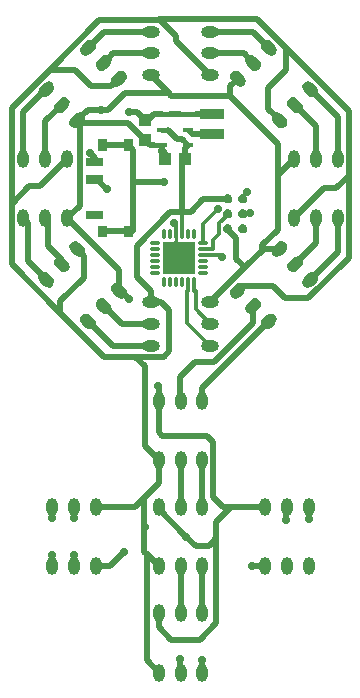
<source format=gtl>
G04 DipTrace 2.4.0.2*
%INfemale.gtl*%
%MOMM*%
%ADD13C,0.508*%
%ADD14C,0.4*%
%ADD15C,0.305*%
%ADD16C,0.254*%
%ADD17C,0.28*%
%ADD20R,1.0X1.1*%
%ADD21R,1.1X1.0*%
%ADD22R,2.0X0.85*%
%ADD27O,0.28X1.0*%
%ADD28O,1.0X0.28*%
%ADD29C,0.711*%
%ADD30R,2.7X2.7*%
%ADD32R,0.9X0.4*%
%ADD35O,1.5X1.0*%
%ADD37O,1.0X1.5*%
%ADD38C,0.711*%
%FSLAX53Y53*%
G04*
G71*
G90*
G75*
G01*
%LNTop*%
%LPD*%
X23625Y57991D2*
D13*
X23889D1*
X24368Y58470D1*
X25052D1*
D14*
X25061Y58461D1*
X25765D1*
D13*
X26557D1*
D14*
X27261D1*
X27965D1*
D13*
X29264D1*
X29319Y58516D1*
X22239Y58663D2*
X22953D1*
X23625Y57991D1*
X19350Y54453D2*
Y54760D1*
X18939Y55171D1*
X24126Y42563D2*
X24972D1*
X25673Y41863D1*
Y38435D1*
X25194Y37956D1*
X22775D1*
X20158D1*
X16454Y41660D1*
Y42658D1*
X18451Y44655D1*
Y46515D1*
X17880Y47086D1*
X16454Y41660D2*
X12318Y45797D1*
Y50868D1*
X13825Y52376D1*
X14721D1*
X17017Y54672D1*
X12318Y50868D2*
Y59007D1*
X15540Y62229D1*
X17695D1*
X19073Y60851D1*
X20766D1*
X21416Y61501D1*
X15540Y62229D2*
X19744Y66433D1*
X24904D1*
X26241Y65096D1*
Y64666D1*
X29126Y61781D1*
X24904Y66433D2*
X24821Y66517D1*
X33125D1*
X35559Y64082D1*
Y62229D1*
X34070Y60740D1*
Y58900D1*
X35006Y57965D1*
X35559Y64082D2*
X40848Y58793D1*
Y53290D1*
X39791Y52232D1*
X38796D1*
X36235Y49672D1*
X40848Y53290D2*
Y46344D1*
X37419Y42914D1*
X35478D1*
X34413Y43979D1*
X31899D1*
X31470Y43550D1*
X24126Y42563D2*
Y43512D1*
X22935Y44703D1*
Y47348D1*
X25760Y50173D1*
X26756D1*
D15*
Y48346D1*
Y50173D2*
D13*
Y54437D1*
X26998Y54679D1*
Y55599D1*
D14*
X27261Y55861D1*
X30625Y51317D2*
D13*
X28560D1*
X27467Y50224D1*
X26705D1*
X26756Y50173D1*
X25061Y57161D2*
D14*
X25536D1*
D13*
X26311Y56386D1*
X26735D1*
X26939Y56182D1*
D14*
X27261Y55861D1*
X24776Y29213D2*
D13*
Y27254D1*
X23542Y26020D1*
Y23545D1*
Y21447D1*
X23745Y21245D1*
X24776Y20213D1*
X22775Y37956D2*
X23578Y37153D1*
Y30411D1*
X24776Y29213D1*
X23745Y21245D2*
Y12245D1*
X24776Y11213D1*
X19476Y25213D2*
X22735D1*
X23542Y26020D1*
X33776Y20213D2*
X32717D1*
X32677Y20253D1*
X23605Y23545D2*
X23542D1*
X21416Y43550D2*
Y45273D1*
X17017Y49672D1*
X35006Y47086D2*
X33649D1*
X32067Y45504D1*
X29126Y42563D1*
X33649Y47086D2*
X33561D1*
Y47387D1*
X34839Y48665D1*
Y53276D1*
X34904Y53341D1*
X36235Y54672D1*
X34904Y53341D2*
Y56001D1*
X30846Y60059D1*
Y60876D1*
X31470Y61501D1*
X30846Y60059D2*
X25848D1*
X25639Y60269D1*
X24126Y61781D1*
X25639Y60269D2*
X21950D1*
X20516Y58835D1*
X19874D1*
X18750D1*
X17880Y57965D1*
X18075D1*
Y50729D1*
X17017Y49672D1*
X25061Y55861D2*
D14*
Y55407D1*
D13*
Y54917D1*
X25298Y54679D1*
X25061Y55861D2*
D14*
X24357D1*
D13*
X24055D1*
X23625Y56291D1*
X23620D1*
X22191Y57721D1*
X18125D1*
X17880Y57965D1*
X30625Y48777D2*
Y48673D1*
X31324Y47974D1*
Y46247D1*
X32067Y45504D1*
X26256Y48346D2*
D15*
Y49111D1*
X26061Y49306D1*
X20000Y48553D2*
D13*
X22200D1*
X20000Y55853D2*
X22200D1*
X19874Y58808D2*
Y58835D1*
X20000Y48553D2*
X22559D1*
Y52763D1*
X25259D1*
X25606Y47196D2*
X26506Y46296D1*
X26256Y48346D2*
D16*
Y46546D1*
X26506Y46296D1*
X25094Y55373D2*
D14*
X25061Y55407D1*
X25298Y54679D2*
D13*
Y55168D1*
X25094Y55373D1*
X26506Y46296D2*
X27406D1*
X26256Y48346D2*
D17*
Y47592D1*
D13*
Y46546D1*
X26506Y46296D1*
X22559Y52763D2*
Y55494D1*
X22200Y55853D1*
X24776Y34213D2*
Y35399D1*
X24700Y35475D1*
X21416Y43550D2*
X21593D1*
X22295Y42848D1*
X24776Y16213D2*
Y15054D1*
X25856Y13974D1*
X28236D1*
X29644Y15383D1*
Y22572D1*
Y23980D1*
X30907Y25243D1*
X33746D1*
X33776Y25213D1*
X24776D2*
Y25060D1*
X27115Y22720D1*
X27896Y21940D1*
X29012D1*
X29644Y22572D1*
X24776Y34213D2*
Y31552D1*
X25093Y31234D1*
X28867D1*
X29389Y30713D1*
Y26061D1*
X30206Y25243D1*
X30907D1*
X19476Y20213D2*
X20674D1*
X21838Y21377D1*
X27057Y22662D2*
X27115Y22720D1*
X29319Y56816D2*
X27606D1*
D14*
X27261Y57161D1*
X31895Y51317D2*
D15*
Y51483D1*
X32281Y51869D1*
X28556Y47546D2*
Y49185D1*
X29813Y50441D1*
X28556Y46546D2*
X29962D1*
X30119Y46390D1*
X31895Y50047D2*
X32428D1*
X32537Y50156D1*
X28556Y47046D2*
X29407D1*
Y47797D1*
X29907Y48298D1*
Y49263D1*
X30691Y50047D1*
X30625D1*
X27756Y44246D2*
Y43492D1*
X27890D1*
Y41949D1*
X29126Y40713D1*
X27256Y44246D2*
Y43492D1*
X27145D1*
Y40844D1*
X29126Y38863D1*
X19350Y52953D2*
D13*
X19533D1*
X20356Y52129D1*
X24126Y38863D2*
X20871D1*
X18800Y40934D1*
X24126Y40713D2*
X21637D1*
X20108Y42242D1*
X15264Y44470D2*
Y44561D1*
X13731Y46094D1*
Y49258D1*
X13317Y49672D1*
X16572Y45778D2*
Y46159D1*
X15384Y47346D1*
Y49455D1*
X15167Y49672D1*
X13317Y54672D2*
Y58635D1*
X15264Y60581D1*
X15167Y54672D2*
Y57868D1*
X16572Y59273D1*
X24126Y63631D2*
X20930D1*
X20108Y62809D1*
X24126Y65481D2*
X20164D1*
X18800Y64117D1*
X29126Y65481D2*
X32722D1*
X34086Y64117D1*
X29126Y63631D2*
X31956D1*
X32778Y62809D1*
X38085Y54672D2*
Y57502D1*
X36314Y59273D1*
X39935Y54672D2*
Y58268D1*
X37622Y60581D1*
X39935Y49672D2*
Y46783D1*
X37622Y44470D1*
X38085Y49672D2*
Y47549D1*
X36314Y45778D1*
X15776Y25213D2*
Y24348D1*
X15704Y24275D1*
X37490Y24202D2*
Y25199D1*
X37476Y25213D1*
X17626D2*
Y24300D1*
X17601Y24275D1*
X35592Y24129D2*
Y25179D1*
X35626Y25213D1*
X32778Y42242D2*
Y40781D1*
X29479Y37482D1*
X27834D1*
X26599Y36248D1*
Y34240D1*
X26626Y34213D1*
X28476D2*
Y35324D1*
X34086Y40934D1*
X28476Y29213D2*
Y25213D1*
X26626Y29213D2*
Y25213D1*
Y16213D2*
Y20213D1*
X28476Y16213D2*
Y20213D1*
X15776D2*
Y21138D1*
X15740Y21174D1*
X28476Y12306D2*
Y11213D1*
X17626Y20213D2*
Y21112D1*
X17601Y21137D1*
X26579Y12342D2*
Y11260D1*
X26626Y11213D1*
D38*
X25259Y52763D3*
X32281Y51869D3*
X32537Y50156D3*
X30119Y46390D3*
X29813Y50441D3*
X26061Y49306D3*
X22239Y58663D3*
X19874Y58808D3*
X25094Y55373D3*
X18939Y55171D3*
X20356Y52129D3*
X24700Y35475D3*
X22295Y42848D3*
X26579Y12342D3*
X28476Y12306D3*
X17601Y21137D3*
X15740Y21174D3*
X15704Y24275D3*
X17601D3*
X35592Y24129D3*
X37490Y24202D3*
X21838Y21377D3*
X32677Y20253D3*
X23605Y23545D3*
X27057Y22662D3*
D20*
X23625Y57991D3*
Y56291D3*
D21*
X26998Y54679D3*
X25298D3*
G36*
X31895Y50923D2*
X31964Y50929D1*
X32030Y50947D1*
X32092Y50976D1*
X32148Y51015D1*
X32197Y51064D1*
X32236Y51120D1*
X32265Y51182D1*
X32283Y51248D1*
X32289Y51317D1*
D1*
X32283Y51385D1*
X32265Y51452D1*
X32236Y51514D1*
X32197Y51570D1*
X32148Y51618D1*
X32092Y51658D1*
X32030Y51687D1*
X31964Y51705D1*
X31895Y51711D1*
D1*
X31827Y51705D1*
X31761Y51687D1*
X31699Y51658D1*
X31642Y51618D1*
X31594Y51570D1*
X31554Y51514D1*
X31525Y51452D1*
X31508Y51385D1*
X31502Y51317D1*
D1*
X31508Y51248D1*
X31525Y51182D1*
X31554Y51120D1*
X31594Y51064D1*
X31642Y51015D1*
X31699Y50976D1*
X31761Y50947D1*
X31827Y50929D1*
X31895Y50923D1*
G37*
G36*
Y49653D2*
X31964Y49659D1*
X32030Y49677D1*
X32092Y49706D1*
X32148Y49745D1*
X32197Y49794D1*
X32236Y49850D1*
X32265Y49912D1*
X32283Y49978D1*
X32289Y50047D1*
D1*
X32283Y50115D1*
X32265Y50182D1*
X32236Y50244D1*
X32197Y50300D1*
X32148Y50348D1*
X32092Y50388D1*
X32030Y50417D1*
X31964Y50435D1*
X31895Y50441D1*
D1*
X31827Y50435D1*
X31761Y50417D1*
X31699Y50388D1*
X31642Y50348D1*
X31594Y50300D1*
X31554Y50244D1*
X31525Y50182D1*
X31508Y50115D1*
X31502Y50047D1*
D1*
X31508Y49978D1*
X31525Y49912D1*
X31554Y49850D1*
X31594Y49794D1*
X31642Y49745D1*
X31699Y49706D1*
X31761Y49677D1*
X31827Y49659D1*
X31895Y49653D1*
G37*
G36*
Y48383D2*
X31964Y48389D1*
X32030Y48407D1*
X32092Y48436D1*
X32148Y48475D1*
X32197Y48524D1*
X32236Y48580D1*
X32265Y48642D1*
X32283Y48708D1*
X32289Y48777D1*
D1*
X32283Y48845D1*
X32265Y48912D1*
X32236Y48974D1*
X32197Y49030D1*
X32148Y49078D1*
X32092Y49118D1*
X32030Y49147D1*
X31964Y49165D1*
X31895Y49171D1*
D1*
X31827Y49165D1*
X31761Y49147D1*
X31699Y49118D1*
X31642Y49078D1*
X31594Y49030D1*
X31554Y48974D1*
X31525Y48912D1*
X31508Y48845D1*
X31502Y48777D1*
D1*
X31508Y48708D1*
X31525Y48642D1*
X31554Y48580D1*
X31594Y48524D1*
X31642Y48475D1*
X31699Y48436D1*
X31761Y48407D1*
X31827Y48389D1*
X31895Y48383D1*
G37*
G36*
X30625D2*
X30694Y48389D1*
X30760Y48407D1*
X30822Y48436D1*
X30878Y48475D1*
X30927Y48524D1*
X30966Y48580D1*
X30995Y48642D1*
X31013Y48708D1*
X31019Y48777D1*
D1*
X31013Y48845D1*
X30995Y48912D1*
X30966Y48974D1*
X30927Y49030D1*
X30878Y49078D1*
X30822Y49118D1*
X30760Y49147D1*
X30694Y49165D1*
X30625Y49171D1*
D1*
X30557Y49165D1*
X30491Y49147D1*
X30429Y49118D1*
X30372Y49078D1*
X30324Y49030D1*
X30284Y48974D1*
X30255Y48912D1*
X30238Y48845D1*
X30232Y48777D1*
D1*
X30238Y48708D1*
X30255Y48642D1*
X30284Y48580D1*
X30324Y48524D1*
X30372Y48475D1*
X30429Y48436D1*
X30491Y48407D1*
X30557Y48389D1*
X30625Y48383D1*
G37*
G36*
Y49653D2*
X30694Y49659D1*
X30760Y49677D1*
X30822Y49706D1*
X30878Y49745D1*
X30927Y49794D1*
X30966Y49850D1*
X30995Y49912D1*
X31013Y49978D1*
X31019Y50047D1*
D1*
X31013Y50115D1*
X30995Y50182D1*
X30966Y50244D1*
X30927Y50300D1*
X30878Y50348D1*
X30822Y50388D1*
X30760Y50417D1*
X30694Y50435D1*
X30625Y50441D1*
D1*
X30557Y50435D1*
X30491Y50417D1*
X30429Y50388D1*
X30372Y50348D1*
X30324Y50300D1*
X30284Y50244D1*
X30255Y50182D1*
X30238Y50115D1*
X30232Y50047D1*
D1*
X30238Y49978D1*
X30255Y49912D1*
X30284Y49850D1*
X30324Y49794D1*
X30372Y49745D1*
X30429Y49706D1*
X30491Y49677D1*
X30557Y49659D1*
X30625Y49653D1*
G37*
G36*
Y50923D2*
X30694Y50929D1*
X30760Y50947D1*
X30822Y50976D1*
X30878Y51015D1*
X30927Y51064D1*
X30966Y51120D1*
X30995Y51182D1*
X31013Y51248D1*
X31019Y51317D1*
D1*
X31013Y51385D1*
X30995Y51452D1*
X30966Y51514D1*
X30927Y51570D1*
X30878Y51618D1*
X30822Y51658D1*
X30760Y51687D1*
X30694Y51705D1*
X30625Y51711D1*
D1*
X30557Y51705D1*
X30491Y51687D1*
X30429Y51658D1*
X30372Y51618D1*
X30324Y51570D1*
X30284Y51514D1*
X30255Y51452D1*
X30238Y51385D1*
X30232Y51317D1*
D1*
X30238Y51248D1*
X30255Y51182D1*
X30284Y51120D1*
X30324Y51064D1*
X30372Y51015D1*
X30429Y50976D1*
X30491Y50947D1*
X30557Y50929D1*
X30625Y50923D1*
G37*
D22*
X29319Y58516D3*
Y56816D3*
D27*
X27756Y48346D3*
X27256D3*
X26756D3*
X26256D3*
X25756D3*
X25256D3*
D28*
X24456Y47546D3*
Y47046D3*
Y46546D3*
Y46046D3*
Y45546D3*
Y45046D3*
D27*
X25256Y44246D3*
X25756D3*
X26256D3*
X26756D3*
X27256D3*
X27756D3*
D28*
X28556Y45046D3*
Y45546D3*
Y46046D3*
Y46546D3*
Y47046D3*
Y47546D3*
D29*
X27406Y47196D3*
Y46296D3*
Y45396D3*
X26506Y47196D3*
Y46296D3*
Y45396D3*
X25606Y47196D3*
Y46296D3*
Y45396D3*
D30*
X26506Y46296D3*
D32*
X25061Y58461D3*
Y57161D3*
Y55861D3*
X27261D3*
Y57161D3*
Y58461D3*
D35*
X29126Y38863D3*
Y40713D3*
Y42563D3*
X24126D3*
Y40713D3*
Y38863D3*
G36*
X18623Y40404D2*
X18811Y40285D1*
X19032Y40261D1*
X19242Y40334D1*
X19400Y40491D1*
X19473Y40701D1*
X19448Y40923D1*
X19330Y41111D1*
X18976Y41465D1*
X18788Y41583D1*
X18567Y41608D1*
X18357Y41534D1*
X18199Y41377D1*
X18126Y41167D1*
X18151Y40946D1*
X18269Y40757D1*
X18623Y40404D1*
G37*
G36*
X19931Y41712D2*
X20119Y41594D1*
X20341Y41569D1*
X20551Y41642D1*
X20708Y41800D1*
X20781Y42010D1*
X20756Y42231D1*
X20638Y42419D1*
X20285Y42773D1*
X20096Y42891D1*
X19875Y42916D1*
X19665Y42842D1*
X19508Y42685D1*
X19434Y42475D1*
X19459Y42254D1*
X19577Y42066D1*
X19931Y41712D1*
G37*
G36*
X21239Y43020D2*
X21428Y42902D1*
X21649Y42877D1*
X21859Y42950D1*
X22016Y43108D1*
X22090Y43318D1*
X22065Y43539D1*
X21946Y43727D1*
X21593Y44081D1*
X21404Y44199D1*
X21183Y44224D1*
X20973Y44151D1*
X20816Y43993D1*
X20742Y43783D1*
X20767Y43562D1*
X20886Y43374D1*
X21239Y43020D1*
G37*
G36*
X17704Y46556D2*
X17892Y46437D1*
X18113Y46412D1*
X18323Y46486D1*
X18480Y46643D1*
X18554Y46853D1*
X18529Y47074D1*
X18411Y47263D1*
X18057Y47616D1*
X17869Y47735D1*
X17648Y47760D1*
X17438Y47686D1*
X17280Y47529D1*
X17207Y47319D1*
X17232Y47098D1*
X17350Y46909D1*
X17704Y46556D1*
G37*
G36*
X16395Y45248D2*
X16584Y45129D1*
X16805Y45104D1*
X17015Y45178D1*
X17172Y45335D1*
X17246Y45545D1*
X17221Y45766D1*
X17103Y45955D1*
X16749Y46308D1*
X16561Y46427D1*
X16339Y46451D1*
X16129Y46378D1*
X15972Y46221D1*
X15899Y46011D1*
X15923Y45789D1*
X16042Y45601D1*
X16395Y45248D1*
G37*
G36*
X15087Y43939D2*
X15276Y43821D1*
X15497Y43796D1*
X15707Y43870D1*
X15864Y44027D1*
X15938Y44237D1*
X15913Y44458D1*
X15794Y44646D1*
X15441Y45000D1*
X15252Y45118D1*
X15031Y45143D1*
X14821Y45070D1*
X14664Y44913D1*
X14590Y44702D1*
X14615Y44481D1*
X14734Y44293D1*
X15087Y43939D1*
G37*
D37*
X13317Y49672D3*
X15167D3*
X17017D3*
Y54672D3*
X15167D3*
X13317D3*
G36*
X14734Y60758D2*
X14615Y60570D1*
X14590Y60349D1*
X14664Y60139D1*
X14821Y59981D1*
X15031Y59908D1*
X15252Y59933D1*
X15441Y60051D1*
X15794Y60405D1*
X15913Y60593D1*
X15938Y60814D1*
X15864Y61024D1*
X15707Y61182D1*
X15497Y61255D1*
X15276Y61230D1*
X15087Y61112D1*
X14734Y60758D1*
G37*
G36*
X16042Y59450D2*
X15923Y59262D1*
X15899Y59041D1*
X15972Y58831D1*
X16129Y58673D1*
X16339Y58600D1*
X16561Y58625D1*
X16749Y58743D1*
X17103Y59097D1*
X17221Y59285D1*
X17246Y59506D1*
X17172Y59716D1*
X17015Y59873D1*
X16805Y59947D1*
X16584Y59922D1*
X16395Y59804D1*
X16042Y59450D1*
G37*
G36*
X17350Y58142D2*
X17232Y57954D1*
X17207Y57732D1*
X17280Y57522D1*
X17438Y57365D1*
X17648Y57292D1*
X17869Y57316D1*
X18057Y57435D1*
X18411Y57788D1*
X18529Y57977D1*
X18554Y58198D1*
X18481Y58408D1*
X18323Y58565D1*
X18113Y58639D1*
X17892Y58614D1*
X17704Y58496D1*
X17350Y58142D1*
G37*
G36*
X20886Y61677D2*
X20767Y61489D1*
X20742Y61268D1*
X20816Y61058D1*
X20973Y60901D1*
X21183Y60827D1*
X21404Y60852D1*
X21593Y60970D1*
X21946Y61324D1*
X22065Y61512D1*
X22090Y61733D1*
X22016Y61944D1*
X21859Y62101D1*
X21649Y62174D1*
X21428Y62149D1*
X21239Y62031D1*
X20886Y61677D1*
G37*
G36*
X19577Y62986D2*
X19459Y62797D1*
X19434Y62576D1*
X19508Y62366D1*
X19665Y62209D1*
X19875Y62135D1*
X20096Y62160D1*
X20285Y62279D1*
X20638Y62632D1*
X20756Y62820D1*
X20781Y63042D1*
X20708Y63252D1*
X20551Y63409D1*
X20341Y63482D1*
X20119Y63458D1*
X19931Y63339D1*
X19577Y62986D1*
G37*
G36*
X18269Y64294D2*
X18151Y64105D1*
X18126Y63884D1*
X18199Y63674D1*
X18357Y63517D1*
X18567Y63443D1*
X18788Y63468D1*
X18976Y63587D1*
X19330Y63940D1*
X19448Y64129D1*
X19473Y64350D1*
X19400Y64560D1*
X19242Y64717D1*
X19032Y64791D1*
X18811Y64766D1*
X18623Y64647D1*
X18269Y64294D1*
G37*
D35*
X24126Y65481D3*
Y63631D3*
Y61781D3*
X29126D3*
Y63631D3*
Y65481D3*
G36*
X34263Y64647D2*
X34075Y64766D1*
X33854Y64791D1*
X33644Y64717D1*
X33486Y64560D1*
X33413Y64350D1*
X33438Y64129D1*
X33556Y63940D1*
X33910Y63587D1*
X34098Y63468D1*
X34319Y63443D1*
X34529Y63517D1*
X34686Y63674D1*
X34760Y63884D1*
X34735Y64105D1*
X34617Y64294D1*
X34263Y64647D1*
G37*
G36*
X32955Y63339D2*
X32767Y63458D1*
X32545Y63483D1*
X32335Y63409D1*
X32178Y63252D1*
X32105Y63042D1*
X32129Y62821D1*
X32248Y62632D1*
X32601Y62279D1*
X32790Y62160D1*
X33011Y62135D1*
X33221Y62209D1*
X33378Y62366D1*
X33452Y62576D1*
X33427Y62797D1*
X33309Y62986D1*
X32955Y63339D1*
G37*
G36*
X31647Y62031D2*
X31458Y62149D1*
X31237Y62174D1*
X31027Y62101D1*
X30870Y61944D1*
X30796Y61733D1*
X30821Y61512D1*
X30940Y61324D1*
X31293Y60970D1*
X31482Y60852D1*
X31703Y60827D1*
X31913Y60901D1*
X32070Y61058D1*
X32144Y61268D1*
X32119Y61489D1*
X32000Y61677D1*
X31647Y62031D1*
G37*
G36*
X35182Y58496D2*
X34994Y58614D1*
X34773Y58639D1*
X34563Y58565D1*
X34405Y58408D1*
X34332Y58198D1*
X34357Y57977D1*
X34475Y57788D1*
X34829Y57435D1*
X35017Y57316D1*
X35238Y57292D1*
X35448Y57365D1*
X35606Y57522D1*
X35679Y57732D1*
X35654Y57954D1*
X35536Y58142D1*
X35182Y58496D1*
G37*
G36*
X36491Y59804D2*
X36302Y59922D1*
X36081Y59947D1*
X35871Y59873D1*
X35714Y59716D1*
X35640Y59506D1*
X35665Y59285D1*
X35783Y59097D1*
X36137Y58743D1*
X36325Y58625D1*
X36547Y58600D1*
X36757Y58673D1*
X36914Y58831D1*
X36987Y59041D1*
X36962Y59262D1*
X36844Y59450D1*
X36491Y59804D1*
G37*
G36*
X37799Y61112D2*
X37610Y61230D1*
X37389Y61255D1*
X37179Y61182D1*
X37022Y61024D1*
X36948Y60814D1*
X36973Y60593D1*
X37092Y60405D1*
X37445Y60051D1*
X37634Y59933D1*
X37855Y59908D1*
X38065Y59981D1*
X38222Y60139D1*
X38296Y60349D1*
X38271Y60570D1*
X38152Y60758D1*
X37799Y61112D1*
G37*
D37*
X39935Y54672D3*
X38085D3*
X36235D3*
Y49672D3*
X38085D3*
X39935D3*
G36*
X38152Y44293D2*
X38271Y44481D1*
X38296Y44703D1*
X38222Y44913D1*
X38065Y45070D1*
X37855Y45143D1*
X37634Y45118D1*
X37445Y45000D1*
X37092Y44647D1*
X36973Y44458D1*
X36948Y44237D1*
X37022Y44027D1*
X37179Y43870D1*
X37389Y43796D1*
X37610Y43821D1*
X37799Y43939D1*
X38152Y44293D1*
G37*
G36*
X36844Y45601D2*
X36963Y45790D1*
X36987Y46011D1*
X36914Y46221D1*
X36757Y46378D1*
X36547Y46452D1*
X36325Y46427D1*
X36137Y46308D1*
X35783Y45955D1*
X35665Y45766D1*
X35640Y45545D1*
X35714Y45335D1*
X35871Y45178D1*
X36081Y45104D1*
X36302Y45129D1*
X36491Y45248D1*
X36844Y45601D1*
G37*
G36*
X35536Y46909D2*
X35654Y47098D1*
X35679Y47319D1*
X35606Y47529D1*
X35448Y47686D1*
X35238Y47760D1*
X35017Y47735D1*
X34829Y47616D1*
X34475Y47263D1*
X34357Y47074D1*
X34332Y46853D1*
X34405Y46643D1*
X34563Y46486D1*
X34773Y46412D1*
X34994Y46437D1*
X35182Y46556D1*
X35536Y46909D1*
G37*
G36*
X32000Y43374D2*
X32119Y43562D1*
X32144Y43783D1*
X32070Y43993D1*
X31913Y44151D1*
X31703Y44224D1*
X31482Y44199D1*
X31293Y44081D1*
X30940Y43727D1*
X30821Y43539D1*
X30796Y43318D1*
X30870Y43108D1*
X31027Y42950D1*
X31237Y42877D1*
X31458Y42902D1*
X31647Y43020D1*
X32000Y43374D1*
G37*
G36*
X33309Y42066D2*
X33427Y42254D1*
X33452Y42475D1*
X33378Y42685D1*
X33221Y42842D1*
X33011Y42916D1*
X32790Y42891D1*
X32601Y42773D1*
X32248Y42419D1*
X32130Y42231D1*
X32105Y42010D1*
X32178Y41800D1*
X32335Y41642D1*
X32545Y41569D1*
X32767Y41594D1*
X32955Y41712D1*
X33309Y42066D1*
G37*
G36*
X34617Y40757D2*
X34735Y40946D1*
X34760Y41167D1*
X34687Y41377D1*
X34529Y41534D1*
X34319Y41608D1*
X34098Y41583D1*
X33910Y41465D1*
X33556Y41111D1*
X33438Y40923D1*
X33413Y40701D1*
X33486Y40491D1*
X33644Y40334D1*
X33854Y40261D1*
X34075Y40285D1*
X34263Y40404D1*
X34617Y40757D1*
G37*
D37*
X28476Y34213D3*
X26626D3*
X24776D3*
Y29213D3*
X26626D3*
X28476D3*
Y25213D3*
X26626D3*
X24776D3*
Y20213D3*
X26626D3*
X28476D3*
Y16213D3*
X26626D3*
X24776D3*
Y11213D3*
X26626D3*
X28476D3*
X15776Y20213D3*
X17626D3*
X19476D3*
Y25213D3*
X17626D3*
X15776D3*
G36*
X19600Y49053D2*
X20400D1*
Y48053D1*
X19600D1*
Y49053D1*
G37*
G36*
X21800D2*
X22600D1*
Y48053D1*
X21800D1*
Y49053D1*
G37*
G36*
Y56353D2*
X22600D1*
Y55353D1*
X21800D1*
Y56353D1*
G37*
G36*
X19600D2*
X20400D1*
Y55353D1*
X19600D1*
Y56353D1*
G37*
G36*
X18600Y54803D2*
X20100D1*
Y54103D1*
X18600D1*
Y54803D1*
G37*
G36*
Y53303D2*
X20100D1*
Y52603D1*
X18600D1*
Y53303D1*
G37*
G36*
Y50303D2*
X20100D1*
Y49603D1*
X18600D1*
Y50303D1*
G37*
D37*
X37476Y25213D3*
X35626D3*
X33776D3*
Y20213D3*
X35626D3*
X37476D3*
M02*

</source>
